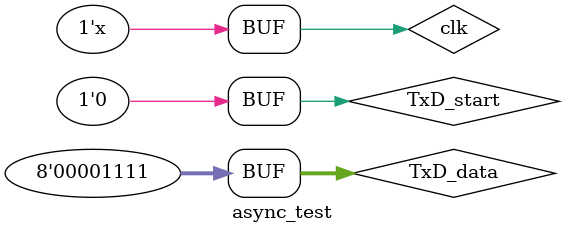
<source format=v>
`timescale 1ns / 1ps


module async_test;

	// Inputs
	reg clk;
	reg TxD_start;
	reg [7:0] TxD_data;

	// Outputs
	wire TxD;
	wire TxD_busy;

	// Instantiate the Unit Under Test (UUT)
	async_transmitter uut (
		.clk(clk), 
		.TxD_start(TxD_start), 
		.TxD_data(TxD_data), 
		.TxD(TxD), 
		.TxD_busy(TxD_busy)
	);
	
	always begin
	#50 clk=~clk;
	end
	initial begin
		// Initialize Inputs
		clk = 0;
		TxD_start = 0;
		TxD_data = 0;

		// Wait 100 ns for global reset to finish
		#10000;
		TxD_start = 1;
		TxD_data = 8'b00001111;
		
		#10000;
		TxD_start = 0;
        
		// Add stimulus here

	end
      
endmodule


</source>
